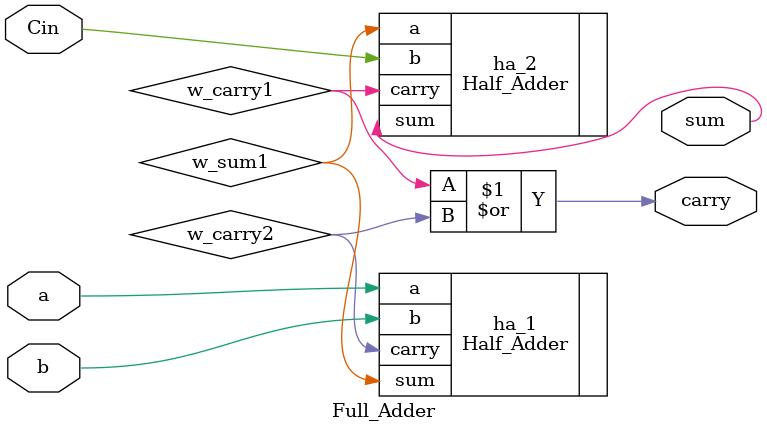
<source format=v>
`timescale 1ns / 1ps

module Full_Adder(
    input a,b,Cin,
    output sum, carry
    );
    wire w_sum1, w_carry1, w_carry2;
    Half_Adder ha_1(.a(a), .b(b), .sum(w_sum1), .carry(w_carry2));
    Half_Adder ha_2(.a(w_sum1), .b(Cin), .sum(sum), .carry(w_carry1));

    assign carry = w_carry1 | w_carry2;
endmodule

</source>
